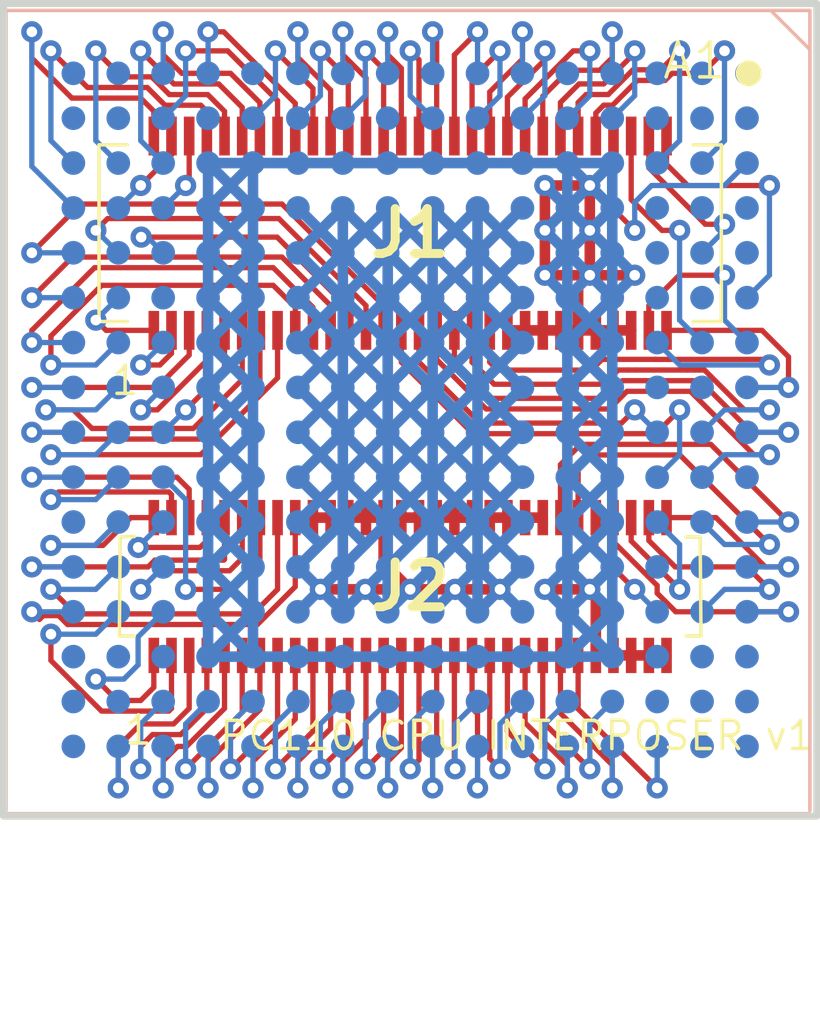
<source format=kicad_pcb>
(kicad_pcb (version 20241229) (generator "pcbnew") (generator_version "9.0")
  (layers (0 "F.Cu" signal) (2 "B.Cu" signal) (13 "F.Paste" user) (15 "B.Paste" user) (5 "F.SilkS" user "F.Silkscreen") (7 "B.SilkS" user "B.Silkscreen") (1 "F.Mask" user) (3 "B.Mask" user) (25 "Edge.Cuts" user))
  (net 0 "")
  (net 42 "GND")
  (net 45 "A11")
  (net 46 "A12")
  (net 47 "A29")
  (net 48 "D24")
  (net 49 "SMI#")
  (net 50 "DP1")
  (net 51 "D9")
  (net 52 "A14")
  (net 53 "D31")
  (net 54 "D3")
  (net 55 "EADS#")
  (net 56 "A8")
  (net 57 "A30")
  (net 58 "BE1#")
  (net 59 "BRDY#")
  (net 60 "A28")
  (net 61 "A25")
  (net 62 "BS16#")
  (net 63 "FLUSH#")
  (net 64 "D20")
  (net 65 "D18")
  (net 66 "A5")
  (net 67 "D7")
  (net 68 "BE2#")
  (net 69 "A26")
  (net 70 "D27")
  (net 71 "D11")
  (net 72 "D6")
  (net 73 "BLAST#")
  (net 74 "D1")
  (net 75 "D14")
  (net 76 "D30")
  (net 77 "A24")
  (net 78 "D17")
  (net 79 "RDY#")
  (net 80 "D19")
  (net 81 "A22")
  (net 82 "KEN#")
  (net 83 "D16")
  (net 84 "HOLD")
  (net 85 "SRESET")
  (net 86 "D12")
  (net 87 "D22")
  (net 88 "A18")
  (net 89 "D4")
  (net 90 "A9")
  (net 91 "D2")
  (net 92 "A23")
  (net 93 "D15")
  (net 94 "D10")
  (net 95 "D28")
  (net 96 "DP0")
  (net 97 "A19")
  (net 98 "D5")
  (net 99 "D8")
  (net 100 "A15")
  (net 101 "A20M#")
  (net 102 "HLDA")
  (net 103 "D0")
  (net 104 "DP2")
  (net 105 "A17")
  (net 106 "STPCLK#")
  (net 107 "DP3")
  (net 108 "D29")
  (net 109 "A7")
  (net 110 "WR#")
  (net 111 "D26")
  (net 112 "INTR")
  (net 113 "D21")
  (net 114 "A2")
  (net 115 "AHOLD")
  (net 116 "A21")
  (net 117 "A31")
  (net 118 "MIO#")
  (net 119 "NMI")
  (net 120 "ADS#")
  (net 121 "D13")
  (net 122 "BE0#")
  (net 123 "DC#")
  (net 124 "BE3#")
  (net 125 "A16")
  (net 126 "A20")
  (net 127 "A10")
  (net 128 "RESET")
  (net 129 "CLK")
  (net 130 "SMIACT#")
  (net 131 "A27")
  (net 132 "A6")
  (net 133 "A4")
  (net 134 "A13")
  (net 135 "D25")
  (net 136 "A3")
  (net 137 "D23")
  (net 138 "VCC")
  (footprint "pcb-bga-library:555600607" (layer "F.Cu") (at 111.5 116.5)
    (property "Reference" "J2")
    (property "Value" "55560-0607" (hide yes))
  )
  (footprint "pcb-bga-library:547220604" (layer "F.Cu") (at 111.5 106.5)
    (property "Reference" "J1")
    (property "Value" "54722-0604" (hide yes))
  )
  (footprint "pcb-bga-library:BGA-256-MIRRORED" (layer "B.Cu") (at 110.9 111.5 180)
    (property "Reference" "U1" (hide yes))
    (property "Value" "~")
  )
  (gr_circle (center 121.075 101.975) (end 121.175 101.675) (stroke (width 0.1)) (fill yes) (layer "F.SilkS"))
  (gr_rect (start 100 100) (end 123 123) (stroke (width 0.2)) (fill no) (layer "Edge.Cuts"))
  (gr_text "1" (at 103.368593 121.033051 0) (layer "F.SilkS") (effects (font (size 0.8 0.8) (thickness 0.1)) (justify left bottom)))
  (gr_text "1" (at 102.991075 111.1355 0) (layer "F.SilkS") (effects (font (size 0.8 0.8) (thickness 0.1)) (justify left bottom)))
  (gr_text "A1" (at 118.576105 102.202513 0) (layer "F.SilkS") (effects (font (size 1 1) (thickness 0.1)) (justify left bottom)))
  (gr_text "PC110 CPU INTERPOSER v1" (at 106.052258 121.188983 0) (layer "F.SilkS") (effects (font (size 0.8 0.8) (thickness 0.1)) (justify left bottom)))
  (segment (start 111.5 116.58) (end 110.75 115.83) (width 0.3) (layer "F.Cu") (net 42))
  (segment (start 114.04 116.58) (end 108.96 116.58) (width 0.3) (layer "F.Cu") (net 42))
  (segment (start 108.75 114.55) (end 115.25 114.55) (width 0.3) (layer "F.Cu") (net 42))
  (segment (start 110.75 115.83) (end 110.75 114.55) (width 0.3) (layer "F.Cu") (net 42))
  (via (at 112.77 116.58) (size 0.6) (drill 0.3) (layers "F.Cu" "B.Cu") (net 42))
  (via (at 108.96 116.58) (size 0.6) (drill 0.3) (layers "F.Cu" "B.Cu") (net 42))
  (via (at 111.5 116.58) (size 0.6) (drill 0.3) (layers "F.Cu" "B.Cu") (net 42))
  (via (at 114.04 116.58) (size 0.6) (drill 0.3) (layers "F.Cu" "B.Cu") (net 42))
  (via (at 110.23 116.58) (size 0.6) (drill 0.3) (layers "F.Cu" "B.Cu") (net 42))
  (segment (start 114.675 117.215) (end 112.77 115.31) (width 0.3) (layer "B.Cu") (net 42))
  (segment (start 114.675 113.405) (end 108.325 107.055) (width 0.3) (layer "B.Cu") (net 42))
  (segment (start 110.23 115.31) (end 108.325 113.405) (width 0.3) (layer "B.Cu") (net 42))
  (segment (start 109.595 105.785) (end 109.595 117.215) (width 0.3) (layer "B.Cu") (net 42))
  (segment (start 108.96 115.31) (end 108.325 114.675) (width 0.3) (layer "B.Cu") (net 42))
  (segment (start 114.675 115.945) (end 108.325 109.595) (width 0.3) (layer "B.Cu") (net 42))
  (segment (start 112.135 105.785) (end 108.325 109.595) (width 0.3) (layer "B.Cu") (net 42))
  (segment (start 110.865 117.215) (end 114.675 113.405) (width 0.3) (layer "B.Cu") (net 42))
  (segment (start 108.325 117.215) (end 108.96 116.58) (width 0.3) (layer "B.Cu") (net 42))
  (segment (start 111.5 115.31) (end 108.325 112.135) (width 0.3) (layer "B.Cu") (net 42))
  (segment (start 114.04 116.58) (end 114.675 115.945) (width 0.3) (layer "B.Cu") (net 42))
  (segment (start 110.865 105.785) (end 108.325 108.325) (width 0.3) (layer "B.Cu") (net 42))
  (segment (start 109.595 105.785) (end 108.325 107.055) (width 0.3) (layer "B.Cu") (net 42))
  (segment (start 108.325 115.945) (end 114.675 109.595) (width 0.3) (layer "B.Cu") (net 42))
  (segment (start 109.595 117.215) (end 114.675 112.135) (width 0.3) (layer "B.Cu") (net 42))
  (segment (start 113.405 117.215) (end 113.405 105.785) (width 0.3) (layer "B.Cu") (net 42))
  (segment (start 110.865 117.215) (end 110.865 105.785) (width 0.3) (layer "B.Cu") (net 42))
  (segment (start 114.675 107.055) (end 108.325 113.405) (width 0.3) (layer "B.Cu") (net 42))
  (segment (start 114.675 112.135) (end 108.325 105.785) (width 0.3) (layer "B.Cu") (net 42))
  (segment (start 114.675 108.325) (end 108.325 114.675) (width 0.3) (layer "B.Cu") (net 42))
  (segment (start 114.675 107.055) (end 113.405 105.785) (width 0.3) (layer "B.Cu") (net 42))
  (segment (start 113.405 105.785) (end 108.325 110.865) (width 0.3) (layer "B.Cu") (net 42))
  (segment (start 112.135 105.785) (end 112.135 117.215) (width 0.3) (layer "B.Cu") (net 42))
  (segment (start 114.675 114.675) (end 108.325 108.325) (width 0.3) (layer "B.Cu") (net 42))
  (segment (start 112.77 115.31) (end 108.325 110.865) (width 0.3) (layer "B.Cu") (net 42))
  (segment (start 110.865 117.215) (end 110.23 116.58) (width 0.3) (layer "B.Cu") (net 42))
  (segment (start 113.405 117.215) (end 114.04 116.58) (width 0.3) (layer "B.Cu") (net 42))
  (segment (start 114.04 115.31) (end 114.675 114.675) (width 0.3) (layer "B.Cu") (net 42))
  (segment (start 108.96 116.58) (end 114.675 110.865) (width 0.3) (layer "B.Cu") (net 42))
  (segment (start 114.675 108.325) (end 112.135 105.785) (width 0.3) (layer "B.Cu") (net 42))
  (segment (start 114.675 109.595) (end 110.865 105.785) (width 0.3) (layer "B.Cu") (net 42))
  (segment (start 112.135 117.215) (end 111.5 116.58) (width 0.3) (layer "B.Cu") (net 42))
  (segment (start 113.405 117.215) (end 112.77 116.58) (width 0.3) (layer "B.Cu") (net 42))
  (segment (start 114.675 110.865) (end 109.595 105.785) (width 0.3) (layer "B.Cu") (net 42))
  (segment (start 109.595 117.215) (end 108.325 115.945) (width 0.3) (layer "B.Cu") (net 42))
  (segment (start 112.135 117.215) (end 114.04 115.31) (width 0.3) (layer "B.Cu") (net 42))
  (segment (start 114.675 105.785) (end 108.325 112.135) (width 0.3) (layer "B.Cu") (net 42))
  (segment (start 112.135 100.8) (end 112.25 100.915) (width 0.15) (layer "F.Cu") (net 45))
  (segment (start 112.25 100.915) (end 112.25 103.75) (width 0.15) (layer "F.Cu") (net 45))
  (via (at 112.135 100.8) (size 0.6) (drill 0.3) (layers "F.Cu" "B.Cu") (net 45))
  (segment (start 112.135 101.975) (end 112.135 100.8) (width 0.15) (layer "B.Cu") (net 45))
  (segment (start 110.865 100.8) (end 110.865 101.448877) (width 0.15) (layer "F.Cu") (net 46))
  (segment (start 110.865 101.448877) (end 111.25 101.833877) (width 0.15) (layer "F.Cu") (net 46))
  (segment (start 111.25 101.833877) (end 111.25 103.75) (width 0.15) (layer "F.Cu") (net 46))
  (via (at 110.865 100.8) (size 0.6) (drill 0.3) (layers "F.Cu" "B.Cu") (net 46))
  (segment (start 110.865 101.975) (end 110.865 100.8) (width 0.15) (layer "B.Cu") (net 46))
  (segment (start 107.736678 106.611) (end 109.75 108.624322) (width 0.15) (layer "F.Cu") (net 47))
  (segment (start 109.75 108.624322) (end 109.75 109.25) (width 0.15) (layer "F.Cu") (net 47))
  (segment (start 103.89237 106.611) (end 107.736678 106.611) (width 0.15) (layer "F.Cu") (net 47))
  (via (at 103.89237 106.611) (size 0.6) (drill 0.3) (layers "F.Cu" "B.Cu") (net 47))
  (segment (start 104.071 106.611) (end 103.89237 106.611) (width 0.15) (layer "B.Cu") (net 47))
  (segment (start 104.515 107.055) (end 104.071 106.611) (width 0.15) (layer "B.Cu") (net 47))
  (segment (start 108.75 120.6) (end 108.75 118.45) (width 0.15) (layer "F.Cu") (net 48))
  (segment (start 107.69 121.66) (end 108.75 120.6) (width 0.15) (layer "F.Cu") (net 48))
  (via (at 107.69 121.66) (size 0.6) (drill 0.3) (layers "F.Cu" "B.Cu") (net 48))
  (segment (start 107.69 120.39) (end 107.69 121.66) (width 0.15) (layer "B.Cu") (net 48))
  (segment (start 108.325 119.755) (end 107.69 120.39) (width 0.15) (layer "B.Cu") (net 48))
  (segment (start 114.04 121.66) (end 113.75 121.37) (width 0.15) (layer "F.Cu") (net 49))
  (segment (start 113.75 121.37) (end 113.75 118.45) (width 0.15) (layer "F.Cu") (net 49))
  (via (at 114.04 121.66) (size 0.6) (drill 0.3) (layers "F.Cu" "B.Cu") (net 49))
  (segment (start 114.675 119.755) (end 114.04 120.39) (width 0.15) (layer "B.Cu") (net 49))
  (segment (start 114.04 120.39) (end 114.04 121.66) (width 0.15) (layer "B.Cu") (net 49))
  (segment (start 104.905 113.405) (end 105.25 113.75) (width 0.15) (layer "F.Cu") (net 50))
  (segment (start 105.25 113.75) (end 105.25 114.55) (width 0.15) (layer "F.Cu") (net 50))
  (segment (start 100.8 113.405) (end 104.905 113.405) (width 0.15) (layer "F.Cu") (net 50))
  (via (at 100.8 113.405) (size 0.6) (drill 0.3) (layers "F.Cu" "B.Cu") (net 50))
  (segment (start 101.975 113.405) (end 100.8 113.405) (width 0.15) (layer "B.Cu") (net 50))
  (segment (start 105.15 116.58) (end 106.47 116.58) (width 0.15) (layer "F.Cu") (net 51))
  (segment (start 106.47 116.58) (end 107.25 115.8) (width 0.15) (layer "F.Cu") (net 51))
  (segment (start 105.18 116.58) (end 105.275 116.675) (width 0.15) (layer "F.Cu") (net 51))
  (segment (start 105.15 116.58) (end 105.18 116.58) (width 0.15) (layer "F.Cu") (net 51))
  (segment (start 107.25 115.8) (end 107.25 114.55) (width 0.15) (layer "F.Cu") (net 51))
  (via (at 105.15 116.58) (size 0.6) (drill 0.3) (layers "F.Cu" "B.Cu") (net 51))
  (segment (start 105.15 114.04) (end 104.515 113.405) (width 0.15) (layer "B.Cu") (net 51))
  (segment (start 105.15 116.58) (end 105.15 114.04) (width 0.15) (layer "B.Cu") (net 51))
  (segment (start 109.595 100.8) (end 109.595 101.448877) (width 0.15) (layer "F.Cu") (net 52))
  (segment (start 109.595 101.448877) (end 110.25 102.103877) (width 0.15) (layer "F.Cu") (net 52))
  (segment (start 110.25 102.103877) (end 110.25 103.75) (width 0.15) (layer "F.Cu") (net 52))
  (via (at 109.595 100.8) (size 0.6) (drill 0.3) (layers "F.Cu" "B.Cu") (net 52))
  (segment (start 109.595 101.975) (end 109.595 100.8) (width 0.15) (layer "B.Cu") (net 52))
  (segment (start 113.405 122.2) (end 113.405 120.105) (width 0.15) (layer "F.Cu") (net 53))
  (segment (start 113.405 120.105) (end 113.25 119.95) (width 0.15) (layer "F.Cu") (net 53))
  (segment (start 113.25 119.95) (end 113.25 118.45) (width 0.15) (layer "F.Cu") (net 53))
  (via (at 113.405 122.2) (size 0.6) (drill 0.3) (layers "F.Cu" "B.Cu") (net 53))
  (segment (start 113.405 121.025) (end 113.405 122.2) (width 0.15) (layer "B.Cu") (net 53))
  (segment (start 101.975002 111.500002) (end 102.501 112.026) (width 0.15) (layer "F.Cu") (net 54))
  (segment (start 101.199095 111.500002) (end 101.975002 111.500002) (width 0.15) (layer "F.Cu") (net 54))
  (segment (start 105.367877 112.026) (end 106.75 110.643877) (width 0.15) (layer "F.Cu") (net 54))
  (segment (start 102.501 112.026) (end 105.367877 112.026) (width 0.15) (layer "F.Cu") (net 54))
  (segment (start 106.75 110.643877) (end 106.75 109.25) (width 0.15) (layer "F.Cu") (net 54))
  (via (at 101.199095 111.500002) (size 0.6) (drill 0.3) (layers "F.Cu" "B.Cu") (net 54))
  (segment (start 102.609998 111.500002) (end 101.199095 111.500002) (width 0.15) (layer "B.Cu") (net 54))
  (segment (start 103.245 110.865) (end 102.609998 111.500002) (width 0.15) (layer "B.Cu") (net 54))
  (segment (start 117.25 115.236123) (end 117.25 114.55) (width 0.15) (layer "F.Cu") (net 55))
  (segment (start 118.485 116.688877) (end 118.485 116.471123) (width 0.15) (layer "F.Cu") (net 55))
  (segment (start 122.2 117.215) (end 119.011123 117.215) (width 0.15) (layer "F.Cu") (net 55))
  (segment (start 118.485 116.471123) (end 117.25 115.236123) (width 0.15) (layer "F.Cu") (net 55))
  (segment (start 119.011123 117.215) (end 118.485 116.688877) (width 0.15) (layer "F.Cu") (net 55))
  (via (at 122.2 117.215) (size 0.6) (drill 0.3) (layers "F.Cu" "B.Cu") (net 55))
  (segment (start 121.025 117.215) (end 122.2 117.215) (width 0.15) (layer "B.Cu") (net 55))
  (segment (start 113.25 102.13) (end 113.25 103.75) (width 0.15) (layer "F.Cu") (net 56))
  (segment (start 114.04 101.34) (end 113.25 102.13) (width 0.15) (layer "F.Cu") (net 56))
  (via (at 114.04 101.34) (size 0.6) (drill 0.3) (layers "F.Cu" "B.Cu") (net 56))
  (segment (start 113.405 103.245) (end 114.04 102.61) (width 0.15) (layer "B.Cu") (net 56))
  (segment (start 114.04 102.61) (end 114.04 101.34) (width 0.15) (layer "B.Cu") (net 56))
  (segment (start 107.875 107.175) (end 109.25 108.55) (width 0.15) (layer "F.Cu") (net 57))
  (segment (start 100.8 108.325) (end 101.95 107.175) (width 0.15) (layer "F.Cu") (net 57))
  (segment (start 101.95 107.175) (end 107.875 107.175) (width 0.15) (layer "F.Cu") (net 57))
  (segment (start 109.25 108.55) (end 109.25 109.25) (width 0.15) (layer "F.Cu") (net 57))
  (via (at 100.8 108.325) (size 0.6) (drill 0.3) (layers "F.Cu" "B.Cu") (net 57))
  (segment (start 101.975 108.325) (end 100.8 108.325) (width 0.15) (layer "B.Cu") (net 57))
  (segment (start 111.25 110.15) (end 111.25 109.25) (width 0.15) (layer "F.Cu") (net 58))
  (segment (start 119.12 111.5) (end 118.445 112.175) (width 0.15) (layer "F.Cu") (net 58))
  (segment (start 118.445 112.175) (end 113.275 112.175) (width 0.15) (layer "F.Cu") (net 58))
  (segment (start 113.275 112.175) (end 111.25 110.15) (width 0.15) (layer "F.Cu") (net 58))
  (via (at 119.12 111.5) (size 0.6) (drill 0.3) (layers "F.Cu" "B.Cu") (net 58))
  (segment (start 119.12 112.77) (end 118.485 113.405) (width 0.15) (layer "B.Cu") (net 58))
  (segment (start 119.12 111.5) (end 119.12 112.77) (width 0.15) (layer "B.Cu") (net 58))
  (segment (start 120.389999 106.246522) (end 119.846522 106.246522) (width 0.15) (layer "F.Cu") (net 59))
  (segment (start 118.25 104.65) (end 118.25 103.75) (width 0.15) (layer "F.Cu") (net 59))
  (segment (start 119.846522 106.246522) (end 118.25 104.65) (width 0.15) (layer "F.Cu") (net 59))
  (via (at 120.389999 106.246522) (size 0.6) (drill 0.3) (layers "F.Cu" "B.Cu") (net 59))
  (segment (start 120.39 106.42) (end 119.755 107.055) (width 0.15) (layer "B.Cu") (net 59))
  (segment (start 120.389999 106.246522) (end 120.39 106.246523) (width 0.15) (layer "B.Cu") (net 59))
  (segment (start 120.39 106.246523) (end 120.39 106.42) (width 0.15) (layer "B.Cu") (net 59))
  (segment (start 102.944 106.086) (end 107.786 106.086) (width 0.15) (layer "F.Cu") (net 60))
  (segment (start 110.25 108.55) (end 110.25 109.25) (width 0.15) (layer "F.Cu") (net 60))
  (segment (start 107.786 106.086) (end 110.25 108.55) (width 0.15) (layer "F.Cu") (net 60))
  (segment (start 102.61 106.42) (end 102.944 106.086) (width 0.15) (layer "F.Cu") (net 60))
  (via (at 102.61 106.42) (size 0.6) (drill 0.3) (layers "F.Cu" "B.Cu") (net 60))
  (segment (start 103.245 107.055) (end 102.61 106.42) (width 0.15) (layer "B.Cu") (net 60))
  (segment (start 104.75 103.75) (end 104.75 104.28) (width 0.15) (layer "F.Cu") (net 61))
  (segment (start 104.75 104.28) (end 103.88 105.15) (width 0.15) (layer "F.Cu") (net 61))
  (via (at 103.88 105.15) (size 0.6) (drill 0.3) (layers "F.Cu" "B.Cu") (net 61))
  (segment (start 103.245 105.785) (end 103.88 105.15) (width 0.15) (layer "B.Cu") (net 61))
  (segment (start 118.75 104.55) (end 118.75 103.75) (width 0.15) (layer "F.Cu") (net 62))
  (segment (start 119.35 105.15) (end 118.75 104.55) (width 0.15) (layer "F.Cu") (net 62))
  (segment (start 121.66 105.15) (end 119.35 105.15) (width 0.15) (layer "F.Cu") (net 62))
  (via (at 121.66 105.15) (size 0.6) (drill 0.3) (layers "F.Cu" "B.Cu") (net 62))
  (segment (start 121.025 108.325) (end 121.66 107.69) (width 0.15) (layer "B.Cu") (net 62))
  (segment (start 121.66 107.69) (end 121.66 105.15) (width 0.15) (layer "B.Cu") (net 62))
  (segment (start 116.25 119.965) (end 116.25 118.45) (width 0.15) (layer "F.Cu") (net 63))
  (segment (start 118.485 122.2) (end 116.25 119.965) (width 0.15) (layer "F.Cu") (net 63))
  (via (at 118.485 122.2) (size 0.6) (drill 0.3) (layers "F.Cu" "B.Cu") (net 63))
  (segment (start 118.485 121.025) (end 118.485 122.2) (width 0.15) (layer "B.Cu") (net 63))
  (segment (start 105.785 121.450678) (end 107.25 119.985678) (width 0.15) (layer "F.Cu") (net 64))
  (segment (start 107.25 119.985678) (end 107.25 118.45) (width 0.15) (layer "F.Cu") (net 64))
  (segment (start 105.785 122.2) (end 105.785 121.450678) (width 0.15) (layer "F.Cu") (net 64))
  (via (at 105.785 122.2) (size 0.6) (drill 0.3) (layers "F.Cu" "B.Cu") (net 64))
  (segment (start 105.785 121.025) (end 105.785 122.2) (width 0.15) (layer "B.Cu") (net 64))
  (segment (start 104.515 121.435) (end 104.925 121.025) (width 0.15) (layer "F.Cu") (net 65))
  (segment (start 105.175 121.025) (end 106.25 119.95) (width 0.15) (layer "F.Cu") (net 65))
  (segment (start 104.515 122.2) (end 104.515 121.435) (width 0.15) (layer "F.Cu") (net 65))
  (segment (start 104.925 121.025) (end 105.175 121.025) (width 0.15) (layer "F.Cu") (net 65))
  (segment (start 106.25 119.95) (end 106.25 118.45) (width 0.15) (layer "F.Cu") (net 65))
  (via (at 104.515 122.2) (size 0.6) (drill 0.3) (layers "F.Cu" "B.Cu") (net 65))
  (segment (start 104.515 121.025) (end 104.515 122.2) (width 0.15) (layer "B.Cu") (net 65))
  (segment (start 116.11 101.34) (end 116.58 101.34) (width 0.15) (layer "F.Cu") (net 66))
  (segment (start 114.75 103.75) (end 114.75 102.7) (width 0.15) (layer "F.Cu") (net 66))
  (segment (start 114.75 102.7) (end 116.11 101.34) (width 0.15) (layer "F.Cu") (net 66))
  (via (at 116.58 101.34) (size 0.6) (drill 0.3) (layers "F.Cu" "B.Cu") (net 66))
  (segment (start 115.945 103.245) (end 116.58 102.61) (width 0.15) (layer "B.Cu") (net 66))
  (segment (start 116.58 102.61) (end 116.58 101.34) (width 0.15) (layer "B.Cu") (net 66))
  (segment (start 105.15 111.5) (end 106.25 110.4) (width 0.15) (layer "F.Cu") (net 67))
  (segment (start 106.25 110.4) (end 106.25 109.25) (width 0.15) (layer "F.Cu") (net 67))
  (via (at 105.15 111.5) (size 0.6) (drill 0.3) (layers "F.Cu" "B.Cu") (net 67))
  (segment (start 104.515 112.135) (end 105.15 111.5) (width 0.15) (layer "B.Cu") (net 67))
  (segment (start 122.2 114.675) (end 120.001 112.476) (width 0.15) (layer "F.Cu") (net 68))
  (segment (start 120.001 112.476) (end 116.324 112.476) (width 0.15) (layer "F.Cu") (net 68))
  (segment (start 116.324 112.476) (end 115.75 113.05) (width 0.15) (layer "F.Cu") (net 68))
  (segment (start 115.75 113.05) (end 115.75 114.55) (width 0.15) (layer "F.Cu") (net 68))
  (via (at 122.2 114.675) (size 0.6) (drill 0.3) (layers "F.Cu" "B.Cu") (net 68))
  (segment (start 121.025 114.675) (end 122.2 114.675) (width 0.15) (layer "B.Cu") (net 68))
  (segment (start 105.25 105.05) (end 105.15 105.15) (width 0.15) (layer "F.Cu") (net 69))
  (segment (start 105.25 103.75) (end 105.25 105.05) (width 0.15) (layer "F.Cu") (net 69))
  (via (at 105.15 105.15) (size 0.6) (drill 0.3) (layers "F.Cu" "B.Cu") (net 69))
  (segment (start 104.515 105.785) (end 105.15 105.15) (width 0.15) (layer "B.Cu") (net 69))
  (segment (start 110.865 122.2) (end 110.865 121.450678) (width 0.15) (layer "F.Cu") (net 70))
  (segment (start 110.865 121.450678) (end 111.25 121.065678) (width 0.15) (layer "F.Cu") (net 70))
  (segment (start 111.25 121.065678) (end 111.25 118.45) (width 0.15) (layer "F.Cu") (net 70))
  (via (at 110.865 122.2) (size 0.6) (drill 0.3) (layers "F.Cu" "B.Cu") (net 70))
  (segment (start 110.865 121.025) (end 110.865 122.2) (width 0.15) (layer "B.Cu") (net 70))
  (segment (start 105.75 115.2) (end 105.75 114.55) (width 0.15) (layer "F.Cu") (net 71))
  (segment (start 105.556475 115.393525) (end 105.75 115.2) (width 0.15) (layer "F.Cu") (net 71))
  (segment (start 103.809325 115.393525) (end 105.556475 115.393525) (width 0.15) (layer "F.Cu") (net 71))
  (via (at 103.809325 115.393525) (size 0.6) (drill 0.3) (layers "F.Cu" "B.Cu") (net 71))
  (segment (start 103.809325 115.393525) (end 103.88 115.32285) (width 0.15) (layer "B.Cu") (net 71))
  (segment (start 103.88 115.32285) (end 103.88 115.31) (width 0.15) (layer "B.Cu") (net 71))
  (segment (start 103.88 115.31) (end 104.515 114.675) (width 0.15) (layer "B.Cu") (net 71))
  (segment (start 101.34 112.77) (end 105.575678 112.77) (width 0.15) (layer "F.Cu") (net 72))
  (segment (start 105.575678 112.77) (end 107.75 110.595678) (width 0.15) (layer "F.Cu") (net 72))
  (segment (start 107.75 110.595678) (end 107.75 109.25) (width 0.15) (layer "F.Cu") (net 72))
  (via (at 101.34 112.77) (size 0.6) (drill 0.3) (layers "F.Cu" "B.Cu") (net 72))
  (segment (start 102.61 112.77) (end 101.34 112.77) (width 0.15) (layer "B.Cu") (net 72))
  (segment (start 103.245 112.135) (end 102.61 112.77) (width 0.15) (layer "B.Cu") (net 72))
  (segment (start 116.25 102.8) (end 116.474 102.576) (width 0.15) (layer "F.Cu") (net 73))
  (segment (start 117.800678 101.875) (end 118.585 101.875) (width 0.15) (layer "F.Cu") (net 73))
  (segment (start 117.099678 102.576) (end 117.800678 101.875) (width 0.15) (layer "F.Cu") (net 73))
  (segment (start 116.25 103.75) (end 116.25 102.8) (width 0.15) (layer "F.Cu") (net 73))
  (segment (start 118.585 101.875) (end 119.12 101.34) (width 0.15) (layer "F.Cu") (net 73))
  (segment (start 116.474 102.576) (end 117.099678 102.576) (width 0.15) (layer "F.Cu") (net 73))
  (via (at 119.12 101.34) (size 0.6) (drill 0.3) (layers "F.Cu" "B.Cu") (net 73))
  (segment (start 119.12 103.88) (end 119.12 101.34) (width 0.15) (layer "B.Cu") (net 73))
  (segment (start 118.485 104.515) (end 119.12 103.88) (width 0.15) (layer "B.Cu") (net 73))
  (segment (start 104.422 110.23) (end 104.75 109.902) (width 0.15) (layer "F.Cu") (net 74))
  (segment (start 104.75 109.902) (end 104.75 109.25) (width 0.15) (layer "F.Cu") (net 74))
  (segment (start 103.88 110.23) (end 104.422 110.23) (width 0.15) (layer "F.Cu") (net 74))
  (via (at 103.88 110.23) (size 0.6) (drill 0.3) (layers "F.Cu" "B.Cu") (net 74))
  (segment (start 103.88 110.23) (end 103.900002 110.23) (width 0.15) (layer "B.Cu") (net 74))
  (segment (start 103.900002 110.23) (end 104.515 109.615002) (width 0.15) (layer "B.Cu") (net 74))
  (segment (start 104.515 109.615002) (end 104.515 109.595) (width 0.15) (layer "B.Cu") (net 74))
  (segment (start 103.88 116.58) (end 104.406 116.054) (width 0.15) (layer "F.Cu") (net 75))
  (segment (start 106.75 115.7) (end 106.75 114.55) (width 0.15) (layer "F.Cu") (net 75))
  (segment (start 104.406 116.054) (end 106.396 116.054) (width 0.15) (layer "F.Cu") (net 75))
  (segment (start 106.396 116.054) (end 106.75 115.7) (width 0.15) (layer "F.Cu") (net 75))
  (via (at 103.88 116.58) (size 0.6) (drill 0.3) (layers "F.Cu" "B.Cu") (net 75))
  (segment (start 103.88 116.58) (end 104.515 115.945) (width 0.15) (layer "B.Cu") (net 75))
  (segment (start 111.5 121.66) (end 111.75 121.41) (width 0.15) (layer "F.Cu") (net 76))
  (segment (start 111.75 121.41) (end 111.75 118.45) (width 0.15) (layer "F.Cu") (net 76))
  (via (at 111.5 121.66) (size 0.6) (drill 0.3) (layers "F.Cu" "B.Cu") (net 76))
  (segment (start 111.5 120.39) (end 111.5 121.66) (width 0.15) (layer "B.Cu") (net 76))
  (segment (start 112.135 119.755) (end 111.5 120.39) (width 0.15) (layer "B.Cu") (net 76))
  (segment (start 104.25 103.75) (end 104.25 103.047) (width 0.15) (layer "F.Cu") (net 77))
  (segment (start 100.8 101.543877) (end 100.8 100.8) (width 0.15) (layer "F.Cu") (net 77))
  (segment (start 103.88 102.677) (end 101.933123 102.677) (width 0.15) (layer "F.Cu") (net 77))
  (segment (start 104.25 103.047) (end 103.88 102.677) (width 0.15) (layer "F.Cu") (net 77))
  (segment (start 101.933123 102.677) (end 100.8 101.543877) (width 0.15) (layer "F.Cu") (net 77))
  (via (at 100.8 100.8) (size 0.6) (drill 0.3) (layers "F.Cu" "B.Cu") (net 77))
  (segment (start 100.8 104.61) (end 100.8 100.8) (width 0.15) (layer "B.Cu") (net 77))
  (segment (start 101.975 105.785) (end 100.8 104.61) (width 0.15) (layer "B.Cu") (net 77))
  (segment (start 103.88 120.39) (end 104.81 120.39) (width 0.15) (layer "F.Cu") (net 78))
  (segment (start 103.245 122.2) (end 103.245 121.025) (width 0.15) (layer "F.Cu") (net 78))
  (segment (start 105.25 119.95) (end 105.25 118.45) (width 0.15) (layer "F.Cu") (net 78))
  (segment (start 104.81 120.39) (end 105.25 119.95) (width 0.15) (layer "F.Cu") (net 78))
  (segment (start 103.245 121.025) (end 103.88 120.39) (width 0.15) (layer "F.Cu") (net 78))
  (via (at 103.245 122.2) (size 0.6) (drill 0.3) (layers "F.Cu" "B.Cu") (net 78))
  (segment (start 103.245 121.025) (end 103.245 122.2) (width 0.15) (layer "B.Cu") (net 78))
  (segment (start 118.25 108.55) (end 118.25 109.25) (width 0.15) (layer "F.Cu") (net 79))
  (segment (start 120.39 107.69) (end 119.11 107.69) (width 0.15) (layer "F.Cu") (net 79))
  (segment (start 119.11 107.69) (end 118.25 108.55) (width 0.15) (layer "F.Cu") (net 79))
  (via (at 120.39 107.69) (size 0.6) (drill 0.3) (layers "F.Cu" "B.Cu") (net 79))
  (segment (start 121.025 109.595) (end 120.39 108.96) (width 0.15) (layer "B.Cu") (net 79))
  (segment (start 120.39 108.96) (end 120.39 107.69) (width 0.15) (layer "B.Cu") (net 79))
  (segment (start 103.88 121.025) (end 103.88 121.66) (width 0.15) (layer "F.Cu") (net 80))
  (segment (start 105.009 120.691) (end 104.214 120.691) (width 0.15) (layer "F.Cu") (net 80))
  (segment (start 105.75 119.95) (end 105.009 120.691) (width 0.15) (layer "F.Cu") (net 80))
  (segment (start 104.214 120.691) (end 103.88 121.025) (width 0.15) (layer "F.Cu") (net 80))
  (segment (start 105.75 118.45) (end 105.75 119.95) (width 0.15) (layer "F.Cu") (net 80))
  (via (at 103.88 121.66) (size 0.6) (drill 0.3) (layers "F.Cu" "B.Cu") (net 80))
  (segment (start 103.88 120.39) (end 103.88 121.66) (width 0.15) (layer "B.Cu") (net 80))
  (segment (start 104.515 119.755) (end 103.88 120.39) (width 0.15) (layer "B.Cu") (net 80))
  (segment (start 102.61 101.34) (end 103.345 102.075) (width 0.15) (layer "F.Cu") (net 81))
  (segment (start 105.777 102.577) (end 106.25 103.05) (width 0.15) (layer "F.Cu") (net 81))
  (segment (start 106.25 103.05) (end 106.25 103.75) (width 0.15) (layer "F.Cu") (net 81))
  (segment (start 103.345 102.075) (end 104.189322 102.075) (width 0.15) (layer "F.Cu") (net 81))
  (segment (start 104.691322 102.577) (end 105.777 102.577) (width 0.15) (layer "F.Cu") (net 81))
  (segment (start 104.189322 102.075) (end 104.691322 102.577) (width 0.15) (layer "F.Cu") (net 81))
  (via (at 102.61 101.34) (size 0.6) (drill 0.3) (layers "F.Cu" "B.Cu") (net 81))
  (segment (start 103.245 104.515) (end 102.61 103.88) (width 0.15) (layer "B.Cu") (net 81))
  (segment (start 102.61 103.88) (end 102.61 101.34) (width 0.15) (layer "B.Cu") (net 81))
  (segment (start 118.62 106.42) (end 117.75 105.55) (width 0.15) (layer "F.Cu") (net 82))
  (segment (start 119.12 106.42) (end 118.62 106.42) (width 0.15) (layer "F.Cu") (net 82))
  (segment (start 117.75 105.55) (end 117.75 103.75) (width 0.15) (layer "F.Cu") (net 82))
  (via (at 119.12 106.42) (size 0.6) (drill 0.3) (layers "F.Cu" "B.Cu") (net 82))
  (segment (start 119.12 108.96) (end 119.12 106.42) (width 0.15) (layer "B.Cu") (net 82))
  (segment (start 119.755 109.595) (end 119.12 108.96) (width 0.15) (layer "B.Cu") (net 82))
  (segment (start 103.215 119.725) (end 103.88 119.725) (width 0.15) (layer "F.Cu") (net 83))
  (segment (start 104.25 119.355) (end 104.25 118.45) (width 0.15) (layer "F.Cu") (net 83))
  (segment (start 103.88 119.725) (end 104.25 119.355) (width 0.15) (layer "F.Cu") (net 83))
  (segment (start 102.61 119.12) (end 103.215 119.725) (width 0.15) (layer "F.Cu") (net 83))
  (via (at 102.61 119.12) (size 0.6) (drill 0.3) (layers "F.Cu" "B.Cu") (net 83))
  (segment (start 104.515 117.215) (end 103.806 117.924) (width 0.15) (layer "B.Cu") (net 83))
  (segment (start 103.806 117.924) (end 103.806 118.717374) (width 0.15) (layer "B.Cu") (net 83))
  (segment (start 103.806 118.717374) (end 103.403374 119.12) (width 0.15) (layer "B.Cu") (net 83))
  (segment (start 103.403374 119.12) (end 102.61 119.12) (width 0.15) (layer "B.Cu") (net 83))
  (segment (start 118.442911 110.072) (end 118.441911 110.071) (width 0.15) (layer "F.Cu") (net 84))
  (segment (start 117.258089 110.071) (end 117.257089 110.072) (width 0.15) (layer "F.Cu") (net 84))
  (segment (start 116.926644 110.072) (end 116.623644 110.375) (width 0.15) (layer "F.Cu") (net 84))
  (segment (start 113.975 110.375) (end 113.75 110.15) (width 0.15) (layer "F.Cu") (net 84))
  (segment (start 118.441911 110.071) (end 117.258089 110.071) (width 0.15) (layer "F.Cu") (net 84))
  (segment (start 121.502 110.072) (end 118.442911 110.072) (width 0.15) (layer "F.Cu") (net 84))
  (segment (start 121.66 110.23) (end 121.502 110.072) (width 0.15) (layer "F.Cu") (net 84))
  (segment (start 116.623644 110.375) (end 113.975 110.375) (width 0.15) (layer "F.Cu") (net 84))
  (segment (start 117.257089 110.072) (end 116.926644 110.072) (width 0.15) (layer "F.Cu") (net 84))
  (segment (start 113.75 110.15) (end 113.75 109.25) (width 0.15) (layer "F.Cu") (net 84))
  (via (at 121.66 110.23) (size 0.6) (drill 0.3) (layers "F.Cu" "B.Cu") (net 84))
  (segment (start 119.12 110.23) (end 118.485 109.595) (width 0.15) (layer "B.Cu") (net 84))
  (segment (start 121.66 110.23) (end 119.12 110.23) (width 0.15) (layer "B.Cu") (net 84))
  (segment (start 114.25 120.6) (end 114.25 118.45) (width 0.15) (layer "F.Cu") (net 85))
  (segment (start 115.31 121.66) (end 114.25 120.6) (width 0.15) (layer "F.Cu") (net 85))
  (via (at 115.31 121.66) (size 0.6) (drill 0.3) (layers "F.Cu" "B.Cu") (net 85))
  (segment (start 115.31 120.39) (end 115.31 121.66) (width 0.15) (layer "B.Cu") (net 85))
  (segment (start 115.945 119.755) (end 115.31 120.39) (width 0.15) (layer "B.Cu") (net 85))
  (segment (start 104.281322 115.753) (end 106.228678 115.753) (width 0.15) (layer "F.Cu") (net 86))
  (segment (start 106.25 115.731678) (end 106.25 114.55) (width 0.15) (layer "F.Cu") (net 86))
  (segment (start 104.089322 115.945) (end 104.281322 115.753) (width 0.15) (layer "F.Cu") (net 86))
  (segment (start 100.8 115.945) (end 104.089322 115.945) (width 0.15) (layer "F.Cu") (net 86))
  (segment (start 106.228678 115.753) (end 106.25 115.731678) (width 0.15) (layer "F.Cu") (net 86))
  (via (at 100.8 115.945) (size 0.6) (drill 0.3) (layers "F.Cu" "B.Cu") (net 86))
  (segment (start 101.975 115.945) (end 100.8 115.945) (width 0.15) (layer "B.Cu") (net 86))
  (segment (start 107.055 122.2) (end 107.055 121.450678) (width 0.15) (layer "F.Cu") (net 87))
  (segment (start 108.25 120.255678) (end 108.25 118.45) (width 0.15) (layer "F.Cu") (net 87))
  (segment (start 107.055 121.450678) (end 108.25 120.255678) (width 0.15) (layer "F.Cu") (net 87))
  (via (at 107.055 122.2) (size 0.6) (drill 0.3) (layers "F.Cu" "B.Cu") (net 87))
  (segment (start 107.055 121.025) (end 107.055 122.2) (width 0.15) (layer "B.Cu") (net 87))
  (segment (start 108.25 102.824322) (end 106.225678 100.8) (width 0.15) (layer "F.Cu") (net 88))
  (segment (start 108.25 103.75) (end 108.25 102.824322) (width 0.15) (layer "F.Cu") (net 88))
  (segment (start 106.225678 100.8) (end 105.785 100.8) (width 0.15) (layer "F.Cu") (net 88))
  (via (at 105.785 100.8) (size 0.6) (drill 0.3) (layers "F.Cu" "B.Cu") (net 88))
  (segment (start 105.785 101.975) (end 105.785 100.8) (width 0.15) (layer "B.Cu") (net 88))
  (segment (start 103.88 111.5) (end 104.35 111.5) (width 0.15) (layer "F.Cu") (net 89))
  (segment (start 105.75 110.1) (end 105.75 109.25) (width 0.15) (layer "F.Cu") (net 89))
  (segment (start 104.35 111.5) (end 105.75 110.1) (width 0.15) (layer "F.Cu") (net 89))
  (via (at 103.88 111.5) (size 0.6) (drill 0.3) (layers "F.Cu" "B.Cu") (net 89))
  (segment (start 104.515 110.865) (end 103.88 111.5) (width 0.15) (layer "B.Cu") (net 89))
  (segment (start 112.75 101.455) (end 112.75 103.75) (width 0.15) (layer "F.Cu") (net 90))
  (segment (start 113.405 100.8) (end 112.75 101.455) (width 0.15) (layer "F.Cu") (net 90))
  (via (at 113.405 100.8) (size 0.6) (drill 0.3) (layers "F.Cu" "B.Cu") (net 90))
  (segment (start 113.405 101.975) (end 113.405 100.8) (width 0.15) (layer "B.Cu") (net 90))
  (segment (start 104.335 110.865) (end 105.25 109.95) (width 0.15) (layer "F.Cu") (net 91))
  (segment (start 105.25 109.95) (end 105.25 109.25) (width 0.15) (layer "F.Cu") (net 91))
  (segment (start 100.8 110.865) (end 104.335 110.865) (width 0.15) (layer "F.Cu") (net 91))
  (via (at 100.8 110.865) (size 0.6) (drill 0.3) (layers "F.Cu" "B.Cu") (net 91))
  (segment (start 101.975 110.865) (end 100.8 110.865) (width 0.15) (layer "B.Cu") (net 91))
  (segment (start 104.816 102.276) (end 106.086001 102.276) (width 0.15) (layer "F.Cu") (net 92))
  (segment (start 106.086001 102.276) (end 106.75 102.939999) (width 0.15) (layer "F.Cu") (net 92))
  (segment (start 106.75 102.939999) (end 106.75 103.75) (width 0.15) (layer "F.Cu") (net 92))
  (segment (start 103.88 101.34) (end 104.816 102.276) (width 0.15) (layer "F.Cu") (net 92))
  (via (at 103.88 101.34) (size 0.6) (drill 0.3) (layers "F.Cu" "B.Cu") (net 92))
  (segment (start 103.88 103.88) (end 103.88 101.34) (width 0.15) (layer "B.Cu") (net 92))
  (segment (start 104.515 104.515) (end 103.88 103.88) (width 0.15) (layer "B.Cu") (net 92))
  (segment (start 107.18 117.575) (end 108.25 116.505) (width 0.15) (layer "F.Cu") (net 93))
  (segment (start 101.015562 117.430562) (end 101.122123 117.324) (width 0.15) (layer "F.Cu") (net 93))
  (segment (start 101.122123 117.324) (end 101.557877 117.324) (width 0.15) (layer "F.Cu") (net 93))
  (segment (start 101.808877 117.575) (end 107.18 117.575) (width 0.15) (layer "F.Cu") (net 93))
  (segment (start 100.8 117.215) (end 101.015562 117.430562) (width 0.15) (layer "F.Cu") (net 93))
  (segment (start 101.557877 117.324) (end 101.808877 117.575) (width 0.15) (layer "F.Cu") (net 93))
  (segment (start 108.25 116.505) (end 108.25 114.55) (width 0.15) (layer "F.Cu") (net 93))
  (via (at 100.8 117.215) (size 0.6) (drill 0.3) (layers "F.Cu" "B.Cu") (net 93))
  (segment (start 101.975 117.215) (end 100.8 117.215) (width 0.15) (layer "B.Cu") (net 93))
  (segment (start 103.6 114.55) (end 104.25 114.55) (width 0.15) (layer "F.Cu") (net 94))
  (segment (start 101.34 115.336176) (end 102.813824 115.336176) (width 0.15) (layer "F.Cu") (net 94))
  (segment (start 102.813824 115.336176) (end 103.6 114.55) (width 0.15) (layer "F.Cu") (net 94))
  (via (at 101.34 115.336176) (size 0.6) (drill 0.3) (layers "F.Cu" "B.Cu") (net 94))
  (segment (start 102.583824 115.336176) (end 101.34 115.336176) (width 0.15) (layer "B.Cu") (net 94))
  (segment (start 103.245 114.675) (end 102.583824 115.336176) (width 0.15) (layer "B.Cu") (net 94))
  (segment (start 110.75 121.14) (end 110.75 118.45) (width 0.15) (layer "F.Cu") (net 95))
  (segment (start 110.23 121.66) (end 110.75 121.14) (width 0.15) (layer "F.Cu") (net 95))
  (via (at 110.23 121.66) (size 0.6) (drill 0.3) (layers "F.Cu" "B.Cu") (net 95))
  (segment (start 110.23 120.39) (end 110.23 121.66) (width 0.15) (layer "B.Cu") (net 95))
  (segment (start 110.865 119.755) (end 110.23 120.39) (width 0.15) (layer "B.Cu") (net 95))
  (segment (start 100.8 109.595) (end 100.8 109.25) (width 0.15) (layer "F.Cu") (net 96))
  (segment (start 108.75 108.598) (end 108.75 109.25) (width 0.15) (layer "F.Cu") (net 96))
  (segment (start 102.574 107.476) (end 107.628 107.476) (width 0.15) (layer "F.Cu") (net 96))
  (segment (start 107.628 107.476) (end 108.75 108.598) (width 0.15) (layer "F.Cu") (net 96))
  (segment (start 100.8 109.25) (end 102.574 107.476) (width 0.15) (layer "F.Cu") (net 96))
  (via (at 100.8 109.595) (size 0.6) (drill 0.3) (layers "F.Cu" "B.Cu") (net 96))
  (segment (start 101.975 109.595) (end 100.8 109.595) (width 0.15) (layer "B.Cu") (net 96))
  (segment (start 107.75 102.75) (end 107.75 103.75) (width 0.15) (layer "F.Cu") (net 97))
  (segment (start 106.34 101.34) (end 107.75 102.75) (width 0.15) (layer "F.Cu") (net 97))
  (segment (start 105.15 101.34) (end 106.34 101.34) (width 0.15) (layer "F.Cu") (net 97))
  (via (at 105.15 101.34) (size 0.6) (drill 0.3) (layers "F.Cu" "B.Cu") (net 97))
  (segment (start 105.15 101.34) (end 105.15 102.61) (width 0.15) (layer "B.Cu") (net 97))
  (segment (start 105.15 102.61) (end 104.515 103.245) (width 0.15) (layer "B.Cu") (net 97))
  (segment (start 105.593 112.327) (end 107.25 110.67) (width 0.15) (layer "F.Cu") (net 98))
  (segment (start 102.167 112.327) (end 105.593 112.327) (width 0.15) (layer "F.Cu") (net 98))
  (segment (start 100.8 112.135) (end 101.975 112.135) (width 0.15) (layer "F.Cu") (net 98))
  (segment (start 107.25 110.67) (end 107.25 109.25) (width 0.15) (layer "F.Cu") (net 98))
  (segment (start 101.975 112.135) (end 102.167 112.327) (width 0.15) (layer "F.Cu") (net 98))
  (via (at 100.8 112.135) (size 0.6) (drill 0.3) (layers "F.Cu" "B.Cu") (net 98))
  (segment (start 101.975 112.135) (end 100.8 112.135) (width 0.15) (layer "B.Cu") (net 98))
  (segment (start 101.34 114.04) (end 101.556 113.824) (width 0.15) (layer "F.Cu") (net 99))
  (segment (start 101.556 113.824) (end 104.674 113.824) (width 0.15) (layer "F.Cu") (net 99))
  (segment (start 104.674 113.824) (end 104.75 113.9) (width 0.15) (layer "F.Cu") (net 99))
  (segment (start 104.75 113.9) (end 104.75 114.55) (width 0.15) (layer "F.Cu") (net 99))
  (via (at 101.34 114.04) (size 0.6) (drill 0.3) (layers "F.Cu" "B.Cu") (net 99))
  (segment (start 103.245 113.405) (end 102.61 114.04) (width 0.15) (layer "B.Cu") (net 99))
  (segment (start 102.61 114.04) (end 101.34 114.04) (width 0.15) (layer "B.Cu") (net 99))
  (segment (start 109.75 102.13) (end 109.75 103.75) (width 0.15) (layer "F.Cu") (net 100))
  (segment (start 108.96 101.34) (end 109.75 102.13) (width 0.15) (layer "F.Cu") (net 100))
  (via (at 108.96 101.34) (size 0.6) (drill 0.3) (layers "F.Cu" "B.Cu") (net 100))
  (segment (start 108.96 102.61) (end 108.96 101.34) (width 0.15) (layer "B.Cu") (net 100))
  (segment (start 108.325 103.245) (end 108.96 102.61) (width 0.15) (layer "B.Cu") (net 100))
  (segment (start 121.66 116.58) (end 121.58 116.58) (width 0.15) (layer "F.Cu") (net 101))
  (segment (start 118.25 114.55) (end 118.25 115.2) (width 0.15) (layer "F.Cu") (net 101))
  (segment (start 118.25 115.2) (end 118.995 115.945) (width 0.15) (layer "F.Cu") (net 101))
  (segment (start 121.025 115.945) (end 121.66 116.58) (width 0.15) (layer "F.Cu") (net 101))
  (segment (start 118.995 115.945) (end 121.025 115.945) (width 0.15) (layer "F.Cu") (net 101))
  (via (at 121.66 116.58) (size 0.6) (drill 0.3) (layers "F.Cu" "B.Cu") (net 101))
  (segment (start 120.39 116.58) (end 121.66 116.58) (width 0.15) (layer "B.Cu") (net 101))
  (segment (start 119.755 117.215) (end 120.39 116.58) (width 0.15) (layer "B.Cu") (net 101))
  (segment (start 119.575 110.373) (end 119.673 110.373) (width 0.15) (layer "F.Cu") (net 102))
  (segment (start 117.880479 110.373) (end 119.325644 110.373) (width 0.15) (layer "F.Cu") (net 102))
  (segment (start 120.037839 110.586483) (end 120.177 110.725644) (width 0.15) (layer "F.Cu") (net 102))
  (segment (start 117.205445 110.549322) (end 117.381767 110.373) (width 0.15) (layer "F.Cu") (net 102))
  (segment (start 120.177 110.725644) (end 120.951356 111.5) (width 0.15) (layer "F.Cu") (net 102))
  (segment (start 116.979767 110.775) (end 117.029123 110.725644) (width 0.15) (layer "F.Cu") (net 102))
  (segment (start 117.381767 110.373) (end 117.631123 110.373) (width 0.15) (layer "F.Cu") (net 102))
  (segment (start 113.25 110.15) (end 113.875 110.775) (width 0.15) (layer "F.Cu") (net 102))
  (segment (start 117.631123 110.373) (end 117.880479 110.373) (width 0.15) (layer "F.Cu") (net 102))
  (segment (start 119.824356 110.373) (end 119.861517 110.410161) (width 0.15) (layer "F.Cu") (net 102))
  (segment (start 119.861517 110.410161) (end 120.000678 110.549322) (width 0.15) (layer "F.Cu") (net 102))
  (segment (start 120.000678 110.549322) (end 120.037839 110.586483) (width 0.15) (layer "F.Cu") (net 102))
  (segment (start 113.25 109.25) (end 113.25 110.15) (width 0.15) (layer "F.Cu") (net 102))
  (segment (start 120.951356 111.5) (end 121.66 111.5) (width 0.15) (layer "F.Cu") (net 102))
  (segment (start 119.325644 110.373) (end 119.575 110.373) (width 0.15) (layer "F.Cu") (net 102))
  (segment (start 119.673 110.373) (end 119.824356 110.373) (width 0.15) (layer "F.Cu") (net 102))
  (segment (start 117.029123 110.725644) (end 117.205445 110.549322) (width 0.15) (layer "F.Cu") (net 102))
  (segment (start 113.875 110.775) (end 116.979767 110.775) (width 0.15) (layer "F.Cu") (net 102))
  (via (at 121.66 111.5) (size 0.6) (drill 0.3) (layers "F.Cu" "B.Cu") (net 102))
  (segment (start 120.39 111.5) (end 121.66 111.5) (width 0.15) (layer "B.Cu") (net 102))
  (segment (start 119.755 112.135) (end 120.39 111.5) (width 0.15) (layer "B.Cu") (net 102))
  (segment (start 101.34 109.41) (end 102.775 107.975) (width 0.15) (layer "F.Cu") (net 103))
  (segment (start 107.627 107.975) (end 108.25 108.598) (width 0.15) (layer "F.Cu") (net 103))
  (segment (start 102.775 107.975) (end 107.627 107.975) (width 0.15) (layer "F.Cu") (net 103))
  (segment (start 108.25 108.598) (end 108.25 109.25) (width 0.15) (layer "F.Cu") (net 103))
  (segment (start 101.34 110.23) (end 101.34 109.41) (width 0.15) (layer "F.Cu") (net 103))
  (via (at 101.34 110.23) (size 0.6) (drill 0.3) (layers "F.Cu" "B.Cu") (net 103))
  (segment (start 103.245 109.595) (end 102.61 110.23) (width 0.15) (layer "B.Cu") (net 103))
  (segment (start 102.61 110.23) (end 101.34 110.23) (width 0.15) (layer "B.Cu") (net 103))
  (segment (start 101.34 117.85) (end 101.34 118.593877) (width 0.15) (layer "F.Cu") (net 104))
  (segment (start 104.75 119.95) (end 104.75 118.45) (width 0.15) (layer "F.Cu") (net 104))
  (segment (start 102.772123 120.026) (end 104.674 120.026) (width 0.15) (layer "F.Cu") (net 104))
  (segment (start 104.674 120.026) (end 104.75 119.95) (width 0.15) (layer "F.Cu") (net 104))
  (segment (start 101.34 118.593877) (end 102.772123 120.026) (width 0.15) (layer "F.Cu") (net 104))
  (via (at 101.34 117.85) (size 0.6) (drill 0.3) (layers "F.Cu" "B.Cu") (net 104))
  (segment (start 102.61 117.85) (end 101.34 117.85) (width 0.15) (layer "B.Cu") (net 104))
  (segment (start 103.245 117.215) (end 102.61 117.85) (width 0.15) (layer "B.Cu") (net 104))
  (segment (start 107.69 101.34) (end 108.75 102.4) (width 0.15) (layer "F.Cu") (net 105))
  (segment (start 108.75 102.4) (end 108.75 103.75) (width 0.15) (layer "F.Cu") (net 105))
  (via (at 107.69 101.34) (size 0.6) (drill 0.3) (layers "F.Cu" "B.Cu") (net 105))
  (segment (start 107.69 101.34) (end 107.69 102.61) (width 0.15) (layer "B.Cu") (net 105))
  (segment (start 107.69 102.61) (end 107.055 103.245) (width 0.15) (layer "B.Cu") (net 105))
  (segment (start 112.75 121.64) (end 112.75 118.45) (width 0.15) (layer "F.Cu") (net 106))
  (segment (start 112.77 121.66) (end 112.75 121.64) (width 0.15) (layer "F.Cu") (net 106))
  (via (at 112.77 121.66) (size 0.6) (drill 0.3) (layers "F.Cu" "B.Cu") (net 106))
  (segment (start 112.77 120.39) (end 112.77 121.66) (width 0.15) (layer "B.Cu") (net 106))
  (segment (start 113.405 119.755) (end 112.77 120.39) (width 0.15) (layer "B.Cu") (net 106))
  (segment (start 108.325 121.450678) (end 109.25 120.525678) (width 0.15) (layer "F.Cu") (net 107))
  (segment (start 109.25 120.525678) (end 109.25 118.45) (width 0.15) (layer "F.Cu") (net 107))
  (segment (start 108.325 122.2) (end 108.325 121.450678) (width 0.15) (layer "F.Cu") (net 107))
  (via (at 108.325 122.2) (size 0.6) (drill 0.3) (layers "F.Cu" "B.Cu") (net 107))
  (segment (start 108.325 121.025) (end 108.325 122.2) (width 0.15) (layer "B.Cu") (net 107))
  (segment (start 112.135 120.915) (end 112.275 120.775) (width 0.15) (layer "F.Cu") (net 108))
  (segment (start 112.25 120.75) (end 112.25 118.45) (width 0.15) (layer "F.Cu") (net 108))
  (segment (start 112.275 120.775) (end 112.25 120.75) (width 0.15) (layer "F.Cu") (net 108))
  (segment (start 112.135 122.2) (end 112.135 120.915) (width 0.15) (layer "F.Cu") (net 108))
  (via (at 112.135 122.2) (size 0.6) (drill 0.3) (layers "F.Cu" "B.Cu") (net 108))
  (segment (start 112.135 121.025) (end 112.135 122.2) (width 0.15) (layer "B.Cu") (net 108))
  (segment (start 114.675 100.8) (end 114.675 101.575) (width 0.15) (layer "F.Cu") (net 109))
  (segment (start 114.675 101.575) (end 113.75 102.5) (width 0.15) (layer "F.Cu") (net 109))
  (segment (start 113.75 102.5) (end 113.75 103.75) (width 0.15) (layer "F.Cu") (net 109))
  (via (at 114.675 100.8) (size 0.6) (drill 0.3) (layers "F.Cu" "B.Cu") (net 109))
  (segment (start 114.675 101.975) (end 114.675 100.8) (width 0.15) (layer "B.Cu") (net 109))
  (segment (start 117.85 111.5) (end 117.476 111.874) (width 0.15) (layer "F.Cu") (net 110))
  (segment (start 111.75 110.15) (end 111.75 109.25) (width 0.15) (layer "F.Cu") (net 110))
  (segment (start 117.476 111.874) (end 113.474 111.874) (width 0.15) (layer "F.Cu") (net 110))
  (segment (start 113.474 111.874) (end 111.75 110.15) (width 0.15) (layer "F.Cu") (net 110))
  (via (at 117.85 111.5) (size 0.6) (drill 0.3) (layers "F.Cu" "B.Cu") (net 110))
  (segment (start 117.85 111.5) (end 118.485 112.135) (width 0.15) (layer "B.Cu") (net 110))
  (segment (start 108.96 121.66) (end 109.75 120.87) (width 0.15) (layer "F.Cu") (net 111))
  (segment (start 109.75 120.87) (end 109.75 118.45) (width 0.15) (layer "F.Cu") (net 111))
  (via (at 108.96 121.66) (size 0.6) (drill 0.3) (layers "F.Cu" "B.Cu") (net 111))
  (segment (start 108.96 120.39) (end 108.96 121.66) (width 0.15) (layer "B.Cu") (net 111))
  (segment (start 109.595 119.755) (end 108.96 120.39) (width 0.15) (layer "B.Cu") (net 111))
  (segment (start 116.58 121.66) (end 115.25 120.33) (width 0.15) (layer "F.Cu") (net 112))
  (segment (start 115.25 120.33) (end 115.25 118.45) (width 0.15) (layer "F.Cu") (net 112))
  (via (at 116.58 121.66) (size 0.6) (drill 0.3) (layers "F.Cu" "B.Cu") (net 112))
  (segment (start 116.58 120.39) (end 116.58 121.66) (width 0.15) (layer "B.Cu") (net 112))
  (segment (start 117.215 119.755) (end 116.58 120.39) (width 0.15) (layer "B.Cu") (net 112))
  (segment (start 106.75 120.06) (end 106.75 118.45) (width 0.15) (layer "F.Cu") (net 113))
  (segment (start 105.15 121.66) (end 106.75 120.06) (width 0.15) (layer "F.Cu") (net 113))
  (via (at 105.15 121.66) (size 0.6) (drill 0.3) (layers "F.Cu" "B.Cu") (net 113))
  (segment (start 105.15 120.39) (end 105.15 121.66) (width 0.15) (layer "B.Cu") (net 113))
  (segment (start 105.785 119.755) (end 105.15 120.39) (width 0.15) (layer "B.Cu") (net 113))
  (segment (start 117.25 105.82) (end 117.25 103.75) (width 0.15) (layer "F.Cu") (net 114))
  (segment (start 117.85 106.42) (end 117.25 105.82) (width 0.15) (layer "F.Cu") (net 114))
  (via (at 117.85 106.42) (size 0.6) (drill 0.3) (layers "F.Cu" "B.Cu") (net 114))
  (segment (start 118.326626 105.15) (end 117.85 105.626626) (width 0.15) (layer "B.Cu") (net 114))
  (segment (start 121.025 104.515) (end 120.39 105.15) (width 0.15) (layer "B.Cu") (net 114))
  (segment (start 120.39 105.15) (end 118.326626 105.15) (width 0.15) (layer "B.Cu") (net 114))
  (segment (start 117.85 105.626626) (end 117.85 106.42) (width 0.15) (layer "B.Cu") (net 114))
  (segment (start 121.45 109.25) (end 118.75 109.25) (width 0.15) (layer "F.Cu") (net 115))
  (segment (start 122.2 110) (end 121.45 109.25) (width 0.15) (layer "F.Cu") (net 115))
  (segment (start 122.2 110.865) (end 122.2 110) (width 0.15) (layer "F.Cu") (net 115))
  (via (at 122.2 110.865) (size 0.6) (drill 0.3) (layers "F.Cu" "B.Cu") (net 115))
  (segment (start 121.025 110.865) (end 122.2 110.865) (width 0.15) (layer "B.Cu") (net 115))
  (segment (start 103.220322 102.376) (end 104.064644 102.376) (width 0.15) (layer "F.Cu") (net 116))
  (segment (start 103.219322 102.375) (end 103.220322 102.376) (width 0.15) (layer "F.Cu") (net 116))
  (segment (start 101.34 101.34) (end 102.375 102.375) (width 0.15) (layer "F.Cu") (net 116))
  (segment (start 105.578 102.878) (end 105.75 103.05) (width 0.15) (layer "F.Cu") (net 116))
  (segment (start 105.75 103.05) (end 105.75 103.75) (width 0.15) (layer "F.Cu") (net 116))
  (segment (start 104.064644 102.376) (end 104.566644 102.878) (width 0.15) (layer "F.Cu") (net 116))
  (segment (start 104.566644 102.878) (end 105.578 102.878) (width 0.15) (layer "F.Cu") (net 116))
  (segment (start 102.375 102.375) (end 103.219322 102.375) (width 0.15) (layer "F.Cu") (net 116))
  (via (at 101.34 101.34) (size 0.6) (drill 0.3) (layers "F.Cu" "B.Cu") (net 116))
  (segment (start 101.34 103.88) (end 101.34 101.34) (width 0.15) (layer "B.Cu") (net 116))
  (segment (start 101.975 104.515) (end 101.34 103.88) (width 0.15) (layer "B.Cu") (net 116))
  (segment (start 102.9 109.25) (end 104.25 109.25) (width 0.15) (layer "F.Cu") (net 117))
  (segment (start 102.61 108.96) (end 102.9 109.25) (width 0.15) (layer "F.Cu") (net 117))
  (via (at 102.61 108.96) (size 0.6) (drill 0.3) (layers "F.Cu" "B.Cu") (net 117))
  (segment (start 103.245 108.325) (end 102.61 108.96) (width 0.15) (layer "B.Cu") (net 117))
  (segment (start 117.75 115.21) (end 117.75 114.55) (width 0.15) (layer "F.Cu") (net 118))
  (segment (start 119.12 116.58) (end 117.75 115.21) (width 0.15) (layer "F.Cu") (net 118))
  (via (at 119.12 116.58) (size 0.6) (drill 0.3) (layers "F.Cu" "B.Cu") (net 118))
  (segment (start 119.12 115.31) (end 119.12 116.58) (width 0.15) (layer "B.Cu") (net 118))
  (segment (start 118.485 114.675) (end 119.12 115.31) (width 0.15) (layer "B.Cu") (net 118))
  (segment (start 117.215 121.551123) (end 115.75 120.086123) (width 0.15) (layer "F.Cu") (net 119))
  (segment (start 117.215 122.2) (end 117.215 121.551123) (width 0.15) (layer "F.Cu") (net 119))
  (segment (start 115.75 120.086123) (end 115.75 118.45) (width 0.15) (layer "F.Cu") (net 119))
  (via (at 117.215 122.2) (size 0.6) (drill 0.3) (layers "F.Cu" "B.Cu") (net 119))
  (segment (start 117.215 121.025) (end 117.215 122.2) (width 0.15) (layer "B.Cu") (net 119))
  (segment (start 116.75 103.1) (end 116.973 102.877) (width 0.15) (layer "F.Cu") (net 120))
  (segment (start 117.925356 102.176) (end 118.709678 102.176) (width 0.15) (layer "F.Cu") (net 120))
  (segment (start 118.910678 101.975) (end 119.755 101.975) (width 0.15) (layer "F.Cu") (net 120))
  (segment (start 118.709678 102.176) (end 118.910678 101.975) (width 0.15) (layer "F.Cu") (net 120))
  (segment (start 116.75 103.75) (end 116.75 103.1) (width 0.15) (layer "F.Cu") (net 120))
  (segment (start 119.755 101.975) (end 120.39 101.34) (width 0.15) (layer "F.Cu") (net 120))
  (segment (start 116.973 102.877) (end 117.224356 102.877) (width 0.15) (layer "F.Cu") (net 120))
  (segment (start 117.224356 102.877) (end 117.925356 102.176) (width 0.15) (layer "F.Cu") (net 120))
  (via (at 120.39 101.34) (size 0.6) (drill 0.3) (layers "F.Cu" "B.Cu") (net 120))
  (segment (start 120.39 103.88) (end 120.39 101.34) (width 0.15) (layer "B.Cu") (net 120))
  (segment (start 119.755 104.515) (end 120.39 103.88) (width 0.15) (layer "B.Cu") (net 120))
  (segment (start 107.75 116.579322) (end 107.75 114.55) (width 0.15) (layer "F.Cu") (net 121))
  (segment (start 102.034 117.274) (end 107.055322 117.274) (width 0.15) (layer "F.Cu") (net 121))
  (segment (start 107.055322 117.274) (end 107.75 116.579322) (width 0.15) (layer "F.Cu") (net 121))
  (segment (start 101.34 116.58) (end 102.034 117.274) (width 0.15) (layer "F.Cu") (net 121))
  (via (at 101.34 116.58) (size 0.6) (drill 0.3) (layers "F.Cu" "B.Cu") (net 121))
  (segment (start 103.245 115.945) (end 102.61 116.58) (width 0.15) (layer "B.Cu") (net 121))
  (segment (start 102.61 116.58) (end 101.34 116.58) (width 0.15) (layer "B.Cu") (net 121))
  (segment (start 119.425 110.975) (end 117.631123 110.975) (width 0.15) (layer "F.Cu") (net 122))
  (segment (start 121.66 112.77) (end 121.22 112.77) (width 0.15) (layer "F.Cu") (net 122))
  (segment (start 121.22 112.77) (end 119.425 110.975) (width 0.15) (layer "F.Cu") (net 122))
  (segment (start 113.649322 111.475) (end 112.25 110.075678) (width 0.15) (layer "F.Cu") (net 122))
  (segment (start 117.131123 111.475) (end 113.649322 111.475) (width 0.15) (layer "F.Cu") (net 122))
  (segment (start 112.25 110.075678) (end 112.25 109.25) (width 0.15) (layer "F.Cu") (net 122))
  (segment (start 117.631123 110.975) (end 117.131123 111.475) (width 0.15) (layer "F.Cu") (net 122))
  (via (at 121.66 112.77) (size 0.6) (drill 0.3) (layers "F.Cu" "B.Cu") (net 122))
  (segment (start 120.39 112.77) (end 121.66 112.77) (width 0.15) (layer "B.Cu") (net 122))
  (segment (start 119.755 113.405) (end 120.39 112.77) (width 0.15) (layer "B.Cu") (net 122))
  (segment (start 121.545 115.945) (end 120.15 114.55) (width 0.15) (layer "F.Cu") (net 123))
  (segment (start 120.15 114.55) (end 118.75 114.55) (width 0.15) (layer "F.Cu") (net 123))
  (segment (start 122.2 115.945) (end 121.545 115.945) (width 0.15) (layer "F.Cu") (net 123))
  (via (at 122.2 115.945) (size 0.6) (drill 0.3) (layers "F.Cu" "B.Cu") (net 123))
  (segment (start 121.025 115.945) (end 122.2 115.945) (width 0.15) (layer "B.Cu") (net 123))
  (segment (start 116.25 113.05) (end 116.25 114.55) (width 0.15) (layer "F.Cu") (net 124))
  (segment (start 119.127 112.777) (end 116.523 112.777) (width 0.15) (layer "F.Cu") (net 124))
  (segment (start 116.523 112.777) (end 116.25 113.05) (width 0.15) (layer "F.Cu") (net 124))
  (segment (start 121.66 115.31) (end 119.127 112.777) (width 0.15) (layer "F.Cu") (net 124))
  (via (at 121.66 115.31) (size 0.6) (drill 0.3) (layers "F.Cu" "B.Cu") (net 124))
  (segment (start 119.755 114.675) (end 120.39 115.31) (width 0.15) (layer "B.Cu") (net 124))
  (segment (start 120.39 115.31) (end 121.66 115.31) (width 0.15) (layer "B.Cu") (net 124))
  (segment (start 108.325 100.8) (end 108.325 101.525) (width 0.15) (layer "F.Cu") (net 125))
  (segment (start 109.25 102.45) (end 109.25 103.75) (width 0.15) (layer "F.Cu") (net 125))
  (segment (start 108.325 101.525) (end 109.25 102.45) (width 0.15) (layer "F.Cu") (net 125))
  (via (at 108.325 100.8) (size 0.6) (drill 0.3) (layers "F.Cu" "B.Cu") (net 125))
  (segment (start 108.325 101.975) (end 108.325 100.8) (width 0.15) (layer "B.Cu") (net 125))
  (segment (start 104.515 101.448877) (end 105.041123 101.975) (width 0.15) (layer "F.Cu") (net 126))
  (segment (start 104.515 100.8) (end 104.515 101.448877) (width 0.15) (layer "F.Cu") (net 126))
  (segment (start 107.25 102.805) (end 107.25 103.75) (width 0.15) (layer "F.Cu") (net 126))
  (segment (start 106.42 101.975) (end 107.25 102.805) (width 0.15) (layer "F.Cu") (net 126))
  (segment (start 105.041123 101.975) (end 106.42 101.975) (width 0.15) (layer "F.Cu") (net 126))
  (via (at 104.515 100.8) (size 0.6) (drill 0.3) (layers "F.Cu" "B.Cu") (net 126))
  (segment (start 104.515 101.975) (end 104.515 100.8) (width 0.15) (layer "B.Cu") (net 126))
  (segment (start 111.5 101.34) (end 111.75 101.59) (width 0.15) (layer "F.Cu") (net 127))
  (segment (start 111.75 101.59) (end 111.75 103.75) (width 0.15) (layer "F.Cu") (net 127))
  (via (at 111.5 101.34) (size 0.6) (drill 0.3) (layers "F.Cu" "B.Cu") (net 127))
  (segment (start 111.5 102.61) (end 111.5 101.34) (width 0.15) (layer "B.Cu") (net 127))
  (segment (start 112.135 103.245) (end 111.5 102.61) (width 0.15) (layer "B.Cu") (net 127))
  (segment (start 117.85 116.58) (end 116.75 115.48) (width 0.15) (layer "F.Cu") (net 128))
  (segment (start 116.75 115.48) (end 116.75 114.55) (width 0.15) (layer "F.Cu") (net 128))
  (via (at 117.85 116.58) (size 0.6) (drill 0.3) (layers "F.Cu" "B.Cu") (net 128))
  (segment (start 117.85 116.58) (end 118.485 117.215) (width 0.15) (layer "B.Cu") (net 128))
  (segment (start 117.330123 110.850322) (end 117.006445 111.174) (width 0.15) (layer "F.Cu") (net 129))
  (segment (start 119.450322 110.674) (end 117.755801 110.674) (width 0.15) (layer "F.Cu") (net 129))
  (segment (start 112.75 110.15) (end 112.75 109.25) (width 0.15) (layer "F.Cu") (net 129))
  (segment (start 117.006445 111.174) (end 113.774 111.174) (width 0.15) (layer "F.Cu") (net 129))
  (segment (start 119.876 110.850322) (end 119.736839 110.711161) (width 0.15) (layer "F.Cu") (net 129))
  (segment (start 117.755801 110.674) (end 117.506445 110.674) (width 0.15) (layer "F.Cu") (net 129))
  (segment (start 117.506445 110.674) (end 117.330123 110.850322) (width 0.15) (layer "F.Cu") (net 129))
  (segment (start 122.2 112.135) (end 121.160678 112.135) (width 0.15) (layer "F.Cu") (net 129))
  (segment (start 119.699678 110.674) (end 119.450322 110.674) (width 0.15) (layer "F.Cu") (net 129))
  (segment (start 121.160678 112.135) (end 119.876 110.850322) (width 0.15) (layer "F.Cu") (net 129))
  (segment (start 119.736839 110.711161) (end 119.699678 110.674) (width 0.15) (layer "F.Cu") (net 129))
  (segment (start 113.774 111.174) (end 112.75 110.15) (width 0.15) (layer "F.Cu") (net 129))
  (via (at 122.2 112.135) (size 0.6) (drill 0.3) (layers "F.Cu" "B.Cu") (net 129))
  (segment (start 121.025 112.135) (end 122.2 112.135) (width 0.15) (layer "B.Cu") (net 129))
  (segment (start 114.75 120.356123) (end 114.75 118.45) (width 0.15) (layer "F.Cu") (net 130))
  (segment (start 115.945 121.551123) (end 114.75 120.356123) (width 0.15) (layer "F.Cu") (net 130))
  (segment (start 115.945 122.2) (end 115.945 121.551123) (width 0.15) (layer "F.Cu") (net 130))
  (via (at 115.945 122.2) (size 0.6) (drill 0.3) (layers "F.Cu" "B.Cu") (net 130))
  (segment (start 115.945 121.025) (end 115.945 122.2) (width 0.15) (layer "B.Cu") (net 130))
  (segment (start 100.8 107.055) (end 102.18 105.675) (width 0.15) (layer "F.Cu") (net 131))
  (segment (start 102.18 105.675) (end 107.875 105.675) (width 0.15) (layer "F.Cu") (net 131))
  (segment (start 107.875 105.675) (end 110.75 108.55) (width 0.15) (layer "F.Cu") (net 131))
  (segment (start 110.75 108.55) (end 110.75 109.25) (width 0.15) (layer "F.Cu") (net 131))
  (via (at 100.8 107.055) (size 0.6) (drill 0.3) (layers "F.Cu" "B.Cu") (net 131))
  (segment (start 101.975 107.055) (end 100.8 107.055) (width 0.15) (layer "B.Cu") (net 131))
  (segment (start 115.31 101.34) (end 115.31 101.59) (width 0.15) (layer "F.Cu") (net 132))
  (segment (start 115.31 101.59) (end 114.25 102.65) (width 0.15) (layer "F.Cu") (net 132))
  (segment (start 114.25 102.65) (end 114.25 103.75) (width 0.15) (layer "F.Cu") (net 132))
  (via (at 115.31 101.34) (size 0.6) (drill 0.3) (layers "F.Cu" "B.Cu") (net 132))
  (segment (start 114.675 103.245) (end 115.31 102.61) (width 0.15) (layer "B.Cu") (net 132))
  (segment (start 115.31 102.61) (end 115.31 101.34) (width 0.15) (layer "B.Cu") (net 132))
  (segment (start 115.987839 101.887839) (end 116.862161 101.887839) (width 0.15) (layer "F.Cu") (net 133))
  (segment (start 115.25 103.75) (end 115.25 102.625678) (width 0.15) (layer "F.Cu") (net 133))
  (segment (start 115.25 102.625678) (end 115.987839 101.887839) (width 0.15) (layer "F.Cu") (net 133))
  (segment (start 117.215 101.535) (end 117.215 100.8) (width 0.15) (layer "F.Cu") (net 133))
  (segment (start 116.862161 101.887839) (end 117.215 101.535) (width 0.15) (layer "F.Cu") (net 133))
  (via (at 117.215 100.8) (size 0.6) (drill 0.3) (layers "F.Cu" "B.Cu") (net 133))
  (segment (start 117.215 101.975) (end 117.215 100.8) (width 0.15) (layer "B.Cu") (net 133))
  (segment (start 110.23 101.34) (end 110.75 101.86) (width 0.15) (layer "F.Cu") (net 134))
  (segment (start 110.75 101.86) (end 110.75 103.75) (width 0.15) (layer "F.Cu") (net 134))
  (via (at 110.23 101.34) (size 0.6) (drill 0.3) (layers "F.Cu" "B.Cu") (net 134))
  (segment (start 110.23 102.61) (end 110.23 101.34) (width 0.15) (layer "B.Cu") (net 134))
  (segment (start 109.595 103.245) (end 110.23 102.61) (width 0.15) (layer "B.Cu") (net 134))
  (segment (start 109.595 122.2) (end 109.595 121.450678) (width 0.15) (layer "F.Cu") (net 135))
  (segment (start 109.595 121.450678) (end 110.25 120.795678) (width 0.15) (layer "F.Cu") (net 135))
  (segment (start 110.25 120.795678) (end 110.25 118.45) (width 0.15) (layer "F.Cu") (net 135))
  (via (at 109.595 122.2) (size 0.6) (drill 0.3) (layers "F.Cu" "B.Cu") (net 135))
  (segment (start 109.595 121.025) (end 109.595 122.2) (width 0.15) (layer "B.Cu") (net 135))
  (segment (start 115.75 102.8) (end 116.275 102.275) (width 0.15) (layer "F.Cu") (net 136))
  (segment (start 116.975 102.275) (end 117.85 101.4) (width 0.15) (layer "F.Cu") (net 136))
  (segment (start 115.75 103.75) (end 115.75 102.8) (width 0.15) (layer "F.Cu") (net 136))
  (segment (start 116.275 102.275) (end 116.975 102.275) (width 0.15) (layer "F.Cu") (net 136))
  (segment (start 117.85 101.4) (end 117.85 101.34) (width 0.15) (layer "F.Cu") (net 136))
  (via (at 117.85 101.34) (size 0.6) (drill 0.3) (layers "F.Cu" "B.Cu") (net 136))
  (segment (start 117.85 102.61) (end 117.85 101.34) (width 0.15) (layer "B.Cu") (net 136))
  (segment (start 117.215 103.245) (end 117.85 102.61) (width 0.15) (layer "B.Cu") (net 136))
  (segment (start 106.42 121.66) (end 107.75 120.33) (width 0.15) (layer "F.Cu") (net 137))
  (segment (start 107.75 120.33) (end 107.75 118.45) (width 0.15) (layer "F.Cu") (net 137))
  (via (at 106.42 121.66) (size 0.6) (drill 0.3) (layers "F.Cu" "B.Cu") (net 137))
  (segment (start 107.055 119.755) (end 106.42 120.39) (width 0.15) (layer "B.Cu") (net 137))
  (segment (start 106.42 120.39) (end 106.42 121.66) (width 0.15) (layer "B.Cu") (net 137))
  (segment (start 116.58 105.15) (end 115.31 106.42) (width 0.3) (layer "F.Cu") (net 138))
  (segment (start 117.85 107.69) (end 116.58 106.42) (width 0.3) (layer "F.Cu") (net 138))
  (segment (start 115.31 116.58) (end 116.58 116.58) (width 0.3) (layer "F.Cu") (net 138))
  (segment (start 116.58 116.58) (end 116.75 116.75) (width 0.3) (layer "F.Cu") (net 138))
  (segment (start 116.58 107.69) (end 116.25 108.02) (width 0.3) (layer "F.Cu") (net 138))
  (segment (start 114.25 109.25) (end 117.75 109.25) (width 0.3) (layer "F.Cu") (net 138))
  (segment (start 116.75 118.45) (end 118.75 118.45) (width 0.3) (layer "F.Cu") (net 138))
  (segment (start 115.31 107.69) (end 116.58 106.42) (width 0.3) (layer "F.Cu") (net 138))
  (segment (start 117.85 107.69) (end 115.31 107.69) (width 0.3) (layer "F.Cu") (net 138))
  (segment (start 115.31 105.15) (end 116.58 106.42) (width 0.3) (layer "F.Cu") (net 138))
  (segment (start 116.25 108.02) (end 116.25 109.25) (width 0.3) (layer "F.Cu") (net 138))
  (segment (start 116.75 116.75) (end 116.75 118.45) (width 0.3) (layer "F.Cu") (net 138))
  (segment (start 116.58 105.15) (end 116.58 107.69) (width 0.3) (layer "F.Cu") (net 138))
  (segment (start 115.31 105.15) (end 115.31 107.69) (width 0.3) (layer "F.Cu") (net 138))
  (segment (start 116.58 105.15) (end 115.31 105.15) (width 0.3) (layer "F.Cu") (net 138))
  (via (at 116.58 107.69) (size 0.6) (drill 0.3) (layers "F.Cu" "B.Cu") (net 138))
  (via (at 115.31 105.15) (size 0.6) (drill 0.3) (layers "F.Cu" "B.Cu") (net 138))
  (via (at 117.85 107.69) (size 0.6) (drill 0.3) (layers "F.Cu" "B.Cu") (net 138))
  (via (at 116.58 106.42) (size 0.6) (drill 0.3) (layers "F.Cu" "B.Cu") (net 138))
  (via (at 116.58 116.58) (size 0.6) (drill 0.3) (layers "F.Cu" "B.Cu") (net 138))
  (via (at 116.58 105.15) (size 0.6) (drill 0.3) (layers "F.Cu" "B.Cu") (net 138))
  (via (at 115.31 106.42) (size 0.6) (drill 0.3) (layers "F.Cu" "B.Cu") (net 138))
  (via (at 115.31 107.69) (size 0.6) (drill 0.3) (layers "F.Cu" "B.Cu") (net 138))
  (via (at 115.31 116.58) (size 0.6) (drill 0.3) (layers "F.Cu" "B.Cu") (net 138))
  (segment (start 107.055 105.785) (end 105.785 107.055) (width 0.3) (layer "B.Cu") (net 138))
  (segment (start 105.785 114.675) (end 107.055 115.945) (width 0.3) (layer "B.Cu") (net 138))
  (segment (start 115.945 108.325) (end 116.58 107.69) (width 0.3) (layer "B.Cu") (net 138))
  (segment (start 117.85 107.69) (end 117.215 107.055) (width 0.3) (layer "B.Cu") (net 138))
  (segment (start 107.055 109.595) (end 105.785 108.325) (width 0.3) (layer "B.Cu") (net 138))
  (segment (start 105.785 117.215) (end 107.055 118.485) (width 0.3) (layer "B.Cu") (net 138))
  (segment (start 115.945 115.945) (end 117.215 114.675) (width 0.3) (layer "B.Cu") (net 138))
  (segment (start 116.58 107.69) (end 117.215 107.055) (width 0.3) (layer "B.Cu") (net 138))
  (segment (start 117.215 112.135) (end 115.945 110.865) (width 0.3) (layer "B.Cu") (net 138))
  (segment (start 107.055 107.055) (end 105.785 105.785) (width 0.3) (layer "B.Cu") (net 138))
  (segment (start 115.945 117.215) (end 117.215 118.485) (width 0.3) (layer "B.Cu") (net 138))
  (segment (start 115.945 113.405) (end 117.215 112.135) (width 0.3) (layer "B.Cu") (net 138))
  (segment (start 115.945 109.595) (end 117.215 110.865) (width 0.3) (layer "B.Cu") (net 138))
  (segment (start 105.785 105.785) (end 107.055 104.515) (width 0.3) (layer "B.Cu") (net 138))
  (segment (start 105.785 107.055) (end 107.055 108.325) (width 0.3) (layer "B.Cu") (net 138))
  (segment (start 107.055 108.325) (end 105.785 109.595) (width 0.3) (layer "B.Cu") (net 138))
  (segment (start 105.785 114.675) (end 105.785 118.485) (width 0.3) (layer "B.Cu") (net 138))
  (segment (start 117.215 117.215) (end 116.58 116.58) (width 0.3) (layer "B.Cu") (net 138))
  (segment (start 117.215 105.785) (end 116.58 106.42) (width 0.3) (layer "B.Cu") (net 138))
  (segment (start 115.945 114.675) (end 117.215 115.945) (width 0.3) (layer "B.Cu") (net 138))
  (segment (start 116.58 106.42) (end 115.945 107.055) (width 0.3) (layer "B.Cu") (net 138))
  (segment (start 105.785 110.865) (end 107.055 109.595) (width 0.3) (layer "B.Cu") (net 138))
  (segment (start 105.785 109.595) (end 107.055 110.865) (width 0.3) (layer "B.Cu") (net 138))
  (segment (start 115.945 118.485) (end 117.215 117.215) (width 0.3) (layer "B.Cu") (net 138))
  (segment (start 115.31 106.42) (end 115.945 105.785) (width 0.3) (layer "B.Cu") (net 138))
  (segment (start 115.945 105.785) (end 115.31 105.15) (width 0.3) (layer "B.Cu") (net 138))
  (segment (start 117.215 118.485) (end 117.215 104.515) (width 0.3) (layer "B.Cu") (net 138))
  (segment (start 105.785 108.325) (end 107.055 107.055) (width 0.3) (layer "B.Cu") (net 138))
  (segment (start 105.785 118.485) (end 117.215 118.485) (width 0.3) (layer "B.Cu") (net 138))
  (segment (start 105.785 118.485) (end 107.055 117.215) (width 0.3) (layer "B.Cu") (net 138))
  (segment (start 115.31 116.58) (end 115.945 117.215) (width 0.3) (layer "B.Cu") (net 138))
  (segment (start 115.945 104.515) (end 116.58 105.15) (width 0.3) (layer "B.Cu") (net 138))
  (segment (start 115.945 107.055) (end 117.215 108.325) (width 0.3) (layer "B.Cu") (net 138))
  (segment (start 115.945 104.515) (end 115.945 118.485) (width 0.3) (layer "B.Cu") (net 138))
  (segment (start 107.055 117.215) (end 105.785 115.945) (width 0.3) (layer "B.Cu") (net 138))
  (segment (start 107.055 113.405) (end 105.785 114.675) (width 0.3) (layer "B.Cu") (net 138))
  (segment (start 107.055 118.485) (end 107.055 104.515) (width 0.3) (layer "B.Cu") (net 138))
  (segment (start 115.945 108.325) (end 115.31 107.69) (width 0.3) (layer "B.Cu") (net 138))
  (segment (start 117.215 109.595) (end 115.945 108.325) (width 0.3) (layer "B.Cu") (net 138))
  (segment (start 105.785 112.135) (end 107.055 113.405) (width 0.3) (layer "B.Cu") (net 138))
  (segment (start 107.055 112.135) (end 105.785 110.865) (width 0.3) (layer "B.Cu") (net 138))
  (segment (start 107.055 114.675) (end 105.785 113.405) (width 0.3) (layer "B.Cu") (net 138))
  (segment (start 105.785 104.515) (end 117.215 104.515) (width 0.3) (layer "B.Cu") (net 138))
  (segment (start 107.055 110.865) (end 105.785 112.135) (width 0.3) (layer "B.Cu") (net 138))
  (segment (start 117.215 107.055) (end 115.945 105.785) (width 0.3) (layer "B.Cu") (net 138))
  (segment (start 115.31 107.69) (end 115.945 107.055) (width 0.3) (layer "B.Cu") (net 138))
  (segment (start 117.215 108.325) (end 115.945 109.595) (width 0.3) (layer "B.Cu") (net 138))
  (segment (start 117.215 114.675) (end 115.945 113.405) (width 0.3) (layer "B.Cu") (net 138))
  (segment (start 105.785 104.515) (end 105.785 114.675) (width 0.3) (layer "B.Cu") (net 138))
  (segment (start 116.58 105.15) (end 117.215 105.785) (width 0.3) (layer "B.Cu") (net 138))
  (segment (start 115.945 112.135) (end 117.215 113.405) (width 0.3) (layer "B.Cu") (net 138))
  (segment (start 117.215 115.945) (end 116.58 116.58) (width 0.3) (layer "B.Cu") (net 138))
  (segment (start 115.945 107.055) (end 115.31 106.42) (width 0.3) (layer "B.Cu") (net 138))
  (segment (start 107.055 115.945) (end 105.785 117.215) (width 0.3) (layer "B.Cu") (net 138))
  (segment (start 116.58 116.58) (end 115.945 115.945) (width 0.3) (layer "B.Cu") (net 138))
  (segment (start 117.215 113.405) (end 115.945 114.675) (width 0.3) (layer "B.Cu") (net 138))
  (segment (start 117.215 108.325) (end 117.85 107.69) (width 0.3) (layer "B.Cu") (net 138))
  (segment (start 105.785 104.515) (end 107.055 105.785) (width 0.3) (layer "B.Cu") (net 138))
  (segment (start 105.785 115.945) (end 107.055 114.675) (width 0.3) (layer "B.Cu") (net 138))
  (segment (start 116.58 116.58) (end 115.945 117.215) (width 0.3) (layer "B.Cu") (net 138))
  (segment (start 115.31 116.58) (end 115.945 115.945) (width 0.3) (layer "B.Cu") (net 138))
  (segment (start 115.945 110.865) (end 117.215 109.595) (width 0.3) (layer "B.Cu") (net 138))
  (segment (start 115.945 105.785) (end 117.215 104.515) (width 0.3) (layer "B.Cu") (net 138))
  (segment (start 117.215 110.865) (end 115.945 112.135) (width 0.3) (layer "B.Cu") (net 138))
  (segment (start 105.785 113.405) (end 107.055 112.135) (width 0.3) (layer "B.Cu") (net 138))
)
</source>
